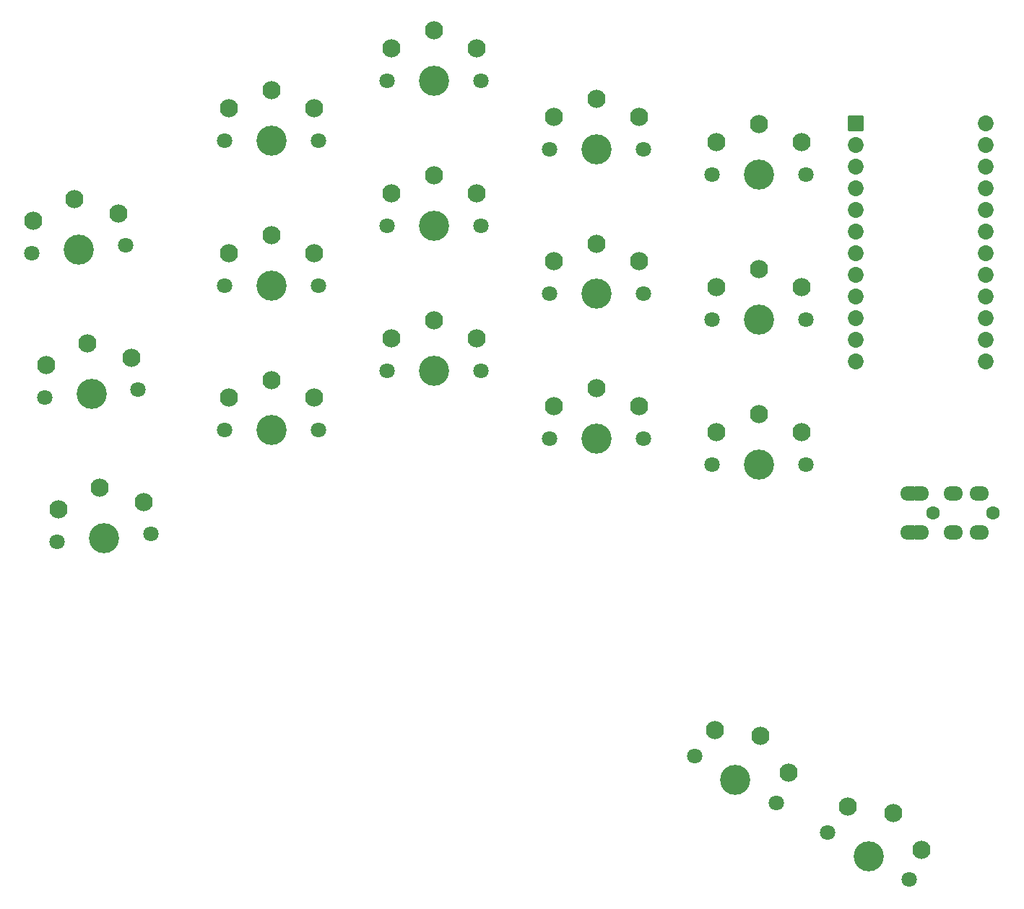
<source format=gbr>
G04 #@! TF.GenerationSoftware,KiCad,Pcbnew,(6.0.0-0)*
G04 #@! TF.CreationDate,2022-02-13T11:36:39-06:00*
G04 #@! TF.ProjectId,cockamamie,636f636b-616d-4616-9d69-652e6b696361,v1.0.0*
G04 #@! TF.SameCoordinates,Original*
G04 #@! TF.FileFunction,Soldermask,Top*
G04 #@! TF.FilePolarity,Negative*
%FSLAX46Y46*%
G04 Gerber Fmt 4.6, Leading zero omitted, Abs format (unit mm)*
G04 Created by KiCad (PCBNEW (6.0.0-0)) date 2022-02-13 11:36:39*
%MOMM*%
%LPD*%
G01*
G04 APERTURE LIST*
G04 Aperture macros list*
%AMRoundRect*
0 Rectangle with rounded corners*
0 $1 Rounding radius*
0 $2 $3 $4 $5 $6 $7 $8 $9 X,Y pos of 4 corners*
0 Add a 4 corners polygon primitive as box body*
4,1,4,$2,$3,$4,$5,$6,$7,$8,$9,$2,$3,0*
0 Add four circle primitives for the rounded corners*
1,1,$1+$1,$2,$3*
1,1,$1+$1,$4,$5*
1,1,$1+$1,$6,$7*
1,1,$1+$1,$8,$9*
0 Add four rect primitives between the rounded corners*
20,1,$1+$1,$2,$3,$4,$5,0*
20,1,$1+$1,$4,$5,$6,$7,0*
20,1,$1+$1,$6,$7,$8,$9,0*
20,1,$1+$1,$8,$9,$2,$3,0*%
G04 Aperture macros list end*
%ADD10C,1.801800*%
%ADD11C,3.529000*%
%ADD12C,2.132000*%
%ADD13C,1.600000*%
%ADD14O,2.300000X1.700000*%
%ADD15RoundRect,0.050000X-0.876300X0.876300X-0.876300X-0.876300X0.876300X-0.876300X0.876300X0.876300X0*%
%ADD16C,1.852600*%
G04 APERTURE END LIST*
D10*
X243651090Y-198670869D03*
D11*
X238887950Y-195920869D03*
D10*
X234124810Y-193170869D03*
D12*
X236457823Y-190129972D03*
X245118077Y-195129972D03*
X241837950Y-190811319D03*
X241837950Y-190811319D03*
D11*
X149276737Y-158561085D03*
D10*
X143797666Y-159040442D03*
X154755808Y-158081728D03*
D12*
X153926519Y-154339766D03*
X143964572Y-155211324D03*
X148762518Y-152683536D03*
X148762518Y-152683536D03*
D10*
X193460000Y-138920000D03*
D11*
X187960000Y-138920000D03*
D10*
X182460000Y-138920000D03*
D12*
X182960000Y-135120000D03*
X192960000Y-135120000D03*
X187960000Y-133020000D03*
X187960000Y-133020000D03*
D10*
X151792513Y-124211108D03*
D11*
X146313442Y-124690465D03*
D10*
X140834371Y-125169822D03*
D12*
X141001277Y-121340704D03*
X150963224Y-120469146D03*
X145799223Y-118812916D03*
X145799223Y-118812916D03*
D10*
X231560000Y-132920000D03*
X220560000Y-132920000D03*
D11*
X226060000Y-132920000D03*
D12*
X221060000Y-129120000D03*
X231060000Y-129120000D03*
X226060000Y-127020000D03*
X226060000Y-127020000D03*
D11*
X168910000Y-111920000D03*
D10*
X174410000Y-111920000D03*
X163410000Y-111920000D03*
D12*
X163910000Y-108120000D03*
X173910000Y-108120000D03*
X168910000Y-106020000D03*
X168910000Y-106020000D03*
D10*
X182460000Y-104920000D03*
D11*
X187960000Y-104920000D03*
D10*
X193460000Y-104920000D03*
D12*
X182960000Y-101120000D03*
X192960000Y-101120000D03*
X187960000Y-99020000D03*
X187960000Y-99020000D03*
D10*
X142316018Y-142105132D03*
X153274160Y-141146418D03*
D11*
X147795089Y-141625775D03*
D12*
X152444871Y-137404456D03*
X142482924Y-138276014D03*
X147280870Y-135748226D03*
X147280870Y-135748226D03*
D10*
X218536353Y-184170869D03*
X228062633Y-189670869D03*
D11*
X223299493Y-186920869D03*
D12*
X220869366Y-181129972D03*
X229529620Y-186129972D03*
X226249493Y-181811319D03*
X226249493Y-181811319D03*
D11*
X207010000Y-112920000D03*
D10*
X201510000Y-112920000D03*
X212510000Y-112920000D03*
D12*
X212010000Y-109120000D03*
X202010000Y-109120000D03*
X207010000Y-107020000D03*
X207010000Y-107020000D03*
D10*
X220560000Y-115920000D03*
X231560000Y-115920000D03*
D11*
X226060000Y-115920000D03*
D12*
X221060000Y-112120000D03*
X231060000Y-112120000D03*
X226060000Y-110020000D03*
X226060000Y-110020000D03*
D10*
X193460000Y-121920000D03*
X182460000Y-121920000D03*
D11*
X187960000Y-121920000D03*
D12*
X182960000Y-118120000D03*
X192960000Y-118120000D03*
X187960000Y-116020000D03*
X187960000Y-116020000D03*
D10*
X174410000Y-145920000D03*
D11*
X168910000Y-145920000D03*
D10*
X163410000Y-145920000D03*
D12*
X163910000Y-142120000D03*
X173910000Y-142120000D03*
X168910000Y-140020000D03*
X168910000Y-140020000D03*
D13*
X246460000Y-155620000D03*
X253460000Y-155620000D03*
D14*
X243760000Y-157920000D03*
X243760000Y-153320000D03*
X244860000Y-153320000D03*
X244860000Y-157920000D03*
X248860000Y-157920000D03*
X248860000Y-153320000D03*
X251860000Y-153320000D03*
X251860000Y-157920000D03*
D10*
X220560000Y-149920000D03*
D11*
X226060000Y-149920000D03*
D10*
X231560000Y-149920000D03*
D12*
X231060000Y-146120000D03*
X221060000Y-146120000D03*
X226060000Y-144020000D03*
X226060000Y-144020000D03*
D10*
X212510000Y-146920000D03*
D11*
X207010000Y-146920000D03*
D10*
X201510000Y-146920000D03*
D12*
X212010000Y-143120000D03*
X202010000Y-143120000D03*
X207010000Y-141020000D03*
X207010000Y-141020000D03*
D15*
X237440000Y-109950000D03*
D16*
X237440000Y-112490000D03*
X237440000Y-115030000D03*
X237440000Y-117570000D03*
X237440000Y-120110000D03*
X237440000Y-122650000D03*
X237440000Y-125190000D03*
X237440000Y-127730000D03*
X237440000Y-130270000D03*
X237440000Y-132810000D03*
X237440000Y-135350000D03*
X237440000Y-137890000D03*
X252680000Y-109950000D03*
X252680000Y-112490000D03*
X252680000Y-115030000D03*
X252680000Y-117570000D03*
X252680000Y-120110000D03*
X252680000Y-122650000D03*
X252680000Y-125190000D03*
X252680000Y-127730000D03*
X252680000Y-130270000D03*
X252680000Y-132810000D03*
X252680000Y-135350000D03*
X252680000Y-137890000D03*
D10*
X174410000Y-128920000D03*
X163410000Y-128920000D03*
D11*
X168910000Y-128920000D03*
D12*
X173910000Y-125120000D03*
X163910000Y-125120000D03*
X168910000Y-123020000D03*
X168910000Y-123020000D03*
D11*
X207010000Y-129920000D03*
D10*
X212510000Y-129920000D03*
X201510000Y-129920000D03*
D12*
X202010000Y-126120000D03*
X212010000Y-126120000D03*
X207010000Y-124020000D03*
X207010000Y-124020000D03*
M02*

</source>
